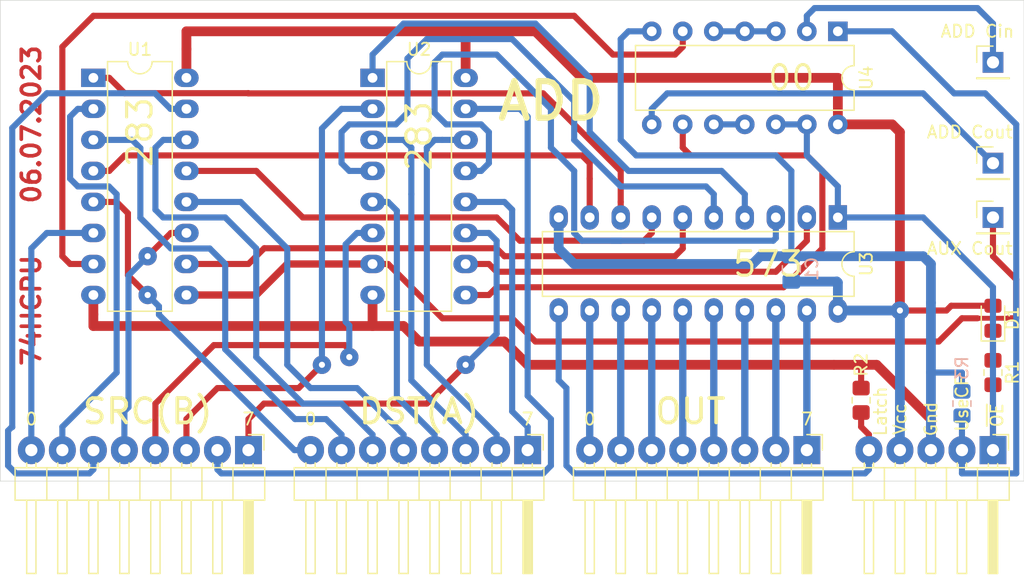
<source format=kicad_pcb>
(kicad_pcb (version 20241229) (generator "pcbnew") (generator_version "9.0")
  (layers (0 "F.Cu" signal) (2 "B.Cu" signal) (13 "F.Paste" user) (15 "B.Paste" user) (5 "F.SilkS" user) (7 "B.SilkS" user) (1 "F.Mask" user) (3 "B.Mask" user) (25 "Edge.Cuts" user))
  (net 0 "")
  (net 1 "Net-(U1-Pad1)")
  (net 2 "Net-(U1-Pad10)")
  (net 3 "Net-(U1-Pad4)")
  (net 4 "Net-(U1-Pad13)")
  (net 5 "Net-(U1-Pad7)")
  (net 6 "Net-(U2-Pad13)")
  (net 7 "Net-(U2-Pad4)")
  (net 8 "Net-(U2-Pad10)")
  (net 9 "Net-(U2-Pad1)")
  (net 10 "/B7")
  (net 11 "/B6")
  (net 12 "/B5")
  (net 13 "/B4")
  (net 14 "/B3")
  (net 15 "/B2")
  (net 16 "/B1")
  (net 17 "/B0")
  (net 18 "/A0")
  (net 19 "/A1")
  (net 20 "/A2")
  (net 21 "/A3")
  (net 22 "/A4")
  (net 23 "/A5")
  (net 24 "/A6")
  (net 25 "/A7")
  (net 26 "/O7")
  (net 27 "/O6")
  (net 28 "/O5")
  (net 29 "/O4")
  (net 30 "/O3")
  (net 31 "/O2")
  (net 32 "/O1")
  (net 33 "/O0")
  (net 34 "/Latch")
  (net 35 "VCC")
  (net 36 "GND")
  (net 37 "/~{OE}")
  (net 38 "Net-(D1-Pad1)")
  (net 39 "/UseCF")
  (net 40 "/ADD_CIN")
  (net 41 "Net-(U2-Pad9)")
  (net 42 "Net-(U4-Pad3)")
  (net 43 "Net-(U4-Pad10)")
  (net 44 "/~{(ADD_COUT&OE})")
  (net 45 "/auxiliary_carry")
  (footprint "Connector_PinHeader_2.54mm:PinHeader_1x08_P2.54mm_Horizontal" (layer "F.Cu") (at 81.28 66.04 -90)
    (property "Reference" "J1" (hide yes))
    (property "Value" "Conn_01x08_Male")
    (pad "1" thru_hole rect (at 0 0 270) (size 2.3 2.2) (drill 1) (layers "*.Cu" "*.Mask") (net 10 "/B7"))
    (pad "2" thru_hole oval (at 0 2.54 270) (size 2.3 2.2) (drill 1) (layers "*.Cu" "*.Mask") (net 11 "/B6"))
    (pad "3" thru_hole oval (at 0 5.08 270) (size 2.3 2.2) (drill 1) (layers "*.Cu" "*.Mask") (net 12 "/B5"))
    (pad "4" thru_hole oval (at 0 7.62 270) (size 2.3 2.2) (drill 1) (layers "*.Cu" "*.Mask") (net 13 "/B4"))
    (pad "5" thru_hole oval (at 0 10.16 270) (size 2.3 2.2) (drill 1) (layers "*.Cu" "*.Mask") (net 14 "/B3"))
    (pad "6" thru_hole oval (at 0 12.7 270) (size 2.3 2.2) (drill 1) (layers "*.Cu" "*.Mask") (net 15 "/B2"))
    (pad "7" thru_hole oval (at 0 15.24 270) (size 2.3 2.2) (drill 1) (layers "*.Cu" "*.Mask") (net 16 "/B1"))
    (pad "8" thru_hole oval (at 0 17.78 270) (size 2.3 2.2) (drill 1) (layers "*.Cu" "*.Mask") (net 17 "/B0"))
  )
  (footprint "Package_DIP:DIP-16_W7.62mm" (layer "F.Cu") (at 68.58 35.56)
    (property "Reference" "U1" (at 3.81 -2.33 0) (layer "F.SilkS"))
    (property "Value" "74LS283")
    (pad "1" thru_hole rect (at 0 0) (size 2 1.5) (drill 0.8) (layers "*.Cu" "*.Mask") (net 1 "Net-(U1-Pad1)"))
    (pad "2" thru_hole oval (at 0 2.54) (size 2 1.5) (drill 0.8) (layers "*.Cu" "*.Mask") (net 16 "/B1"))
    (pad "3" thru_hole oval (at 0 5.08) (size 2 1.5) (drill 0.8) (layers "*.Cu" "*.Mask") (net 19 "/A1"))
    (pad "4" thru_hole oval (at 0 7.62) (size 2 1.5) (drill 0.8) (layers "*.Cu" "*.Mask") (net 3 "Net-(U1-Pad4)"))
    (pad "5" thru_hole oval (at 0 10.16) (size 2 1.5) (drill 0.8) (layers "*.Cu" "*.Mask") (net 18 "/A0"))
    (pad "6" thru_hole oval (at 0 12.7) (size 2 1.5) (drill 0.8) (layers "*.Cu" "*.Mask") (net 17 "/B0"))
    (pad "7" thru_hole oval (at 0 15.24) (size 2 1.5) (drill 0.8) (layers "*.Cu" "*.Mask") (net 5 "Net-(U1-Pad7)"))
    (pad "8" thru_hole oval (at 0 17.78) (size 2 1.5) (drill 0.8) (layers "*.Cu" "*.Mask") (net 36 "GND"))
    (pad "9" thru_hole oval (at 7.62 17.78) (size 2 1.5) (drill 0.8) (layers "*.Cu" "*.Mask") (net 45 "/auxiliary_carry"))
    (pad "10" thru_hole oval (at 7.62 15.24) (size 2 1.5) (drill 0.8) (layers "*.Cu" "*.Mask") (net 2 "Net-(U1-Pad10)"))
    (pad "11" thru_hole oval (at 7.62 12.7) (size 2 1.5) (drill 0.8) (layers "*.Cu" "*.Mask") (net 14 "/B3"))
    (pad "12" thru_hole oval (at 7.62 10.16) (size 2 1.5) (drill 0.8) (layers "*.Cu" "*.Mask") (net 21 "/A3"))
    (pad "13" thru_hole oval (at 7.62 7.62) (size 2 1.5) (drill 0.8) (layers "*.Cu" "*.Mask") (net 4 "Net-(U1-Pad13)"))
    (pad "14" thru_hole oval (at 7.62 5.08) (size 2 1.5) (drill 0.8) (layers "*.Cu" "*.Mask") (net 20 "/A2"))
    (pad "15" thru_hole oval (at 7.62 2.54) (size 2 1.5) (drill 0.8) (layers "*.Cu" "*.Mask") (net 15 "/B2"))
    (pad "16" thru_hole oval (at 7.62 0) (size 2 1.5) (drill 0.8) (layers "*.Cu" "*.Mask") (net 35 "VCC"))
  )
  (footprint "Package_DIP:DIP-16_W7.62mm" (layer "F.Cu") (at 91.44 35.56)
    (property "Reference" "U2" (at 3.81 -2.33 0) (layer "F.SilkS"))
    (property "Value" "74LS283")
    (pad "1" thru_hole rect (at 0 0) (size 2 1.5) (drill 0.8) (layers "*.Cu" "*.Mask") (net 9 "Net-(U2-Pad1)"))
    (pad "2" thru_hole oval (at 0 2.54) (size 2 1.5) (drill 0.8) (layers "*.Cu" "*.Mask") (net 12 "/B5"))
    (pad "3" thru_hole oval (at 0 5.08) (size 2 1.5) (drill 0.8) (layers "*.Cu" "*.Mask") (net 23 "/A5"))
    (pad "4" thru_hole oval (at 0 7.62) (size 2 1.5) (drill 0.8) (layers "*.Cu" "*.Mask") (net 7 "Net-(U2-Pad4)"))
    (pad "5" thru_hole oval (at 0 10.16) (size 2 1.5) (drill 0.8) (layers "*.Cu" "*.Mask") (net 22 "/A4"))
    (pad "6" thru_hole oval (at 0 12.7) (size 2 1.5) (drill 0.8) (layers "*.Cu" "*.Mask") (net 13 "/B4"))
    (pad "7" thru_hole oval (at 0 15.24) (size 2 1.5) (drill 0.8) (layers "*.Cu" "*.Mask") (net 45 "/auxiliary_carry"))
    (pad "8" thru_hole oval (at 0 17.78) (size 2 1.5) (drill 0.8) (layers "*.Cu" "*.Mask") (net 36 "GND"))
    (pad "9" thru_hole oval (at 7.62 17.78) (size 2 1.5) (drill 0.8) (layers "*.Cu" "*.Mask") (net 41 "Net-(U2-Pad9)"))
    (pad "10" thru_hole oval (at 7.62 15.24) (size 2 1.5) (drill 0.8) (layers "*.Cu" "*.Mask") (net 8 "Net-(U2-Pad10)"))
    (pad "11" thru_hole oval (at 7.62 12.7) (size 2 1.5) (drill 0.8) (layers "*.Cu" "*.Mask") (net 10 "/B7"))
    (pad "12" thru_hole oval (at 7.62 10.16) (size 2 1.5) (drill 0.8) (layers "*.Cu" "*.Mask") (net 25 "/A7"))
    (pad "13" thru_hole oval (at 7.62 7.62) (size 2 1.5) (drill 0.8) (layers "*.Cu" "*.Mask") (net 6 "Net-(U2-Pad13)"))
    (pad "14" thru_hole oval (at 7.62 5.08) (size 2 1.5) (drill 0.8) (layers "*.Cu" "*.Mask") (net 24 "/A6"))
    (pad "15" thru_hole oval (at 7.62 2.54) (size 2 1.5) (drill 0.8) (layers "*.Cu" "*.Mask") (net 11 "/B6"))
    (pad "16" thru_hole oval (at 7.62 0) (size 2 1.5) (drill 0.8) (layers "*.Cu" "*.Mask") (net 35 "VCC"))
  )
  (footprint "Connector_PinHeader_2.54mm:PinHeader_1x08_P2.54mm_Horizontal" (layer "F.Cu") (at 104.14 66.04 -90)
    (property "Reference" "J2" (hide yes))
    (property "Value" "Conn_01x08_Male")
    (pad "1" thru_hole rect (at 0 0 270) (size 2.3 2.2) (drill 1) (layers "*.Cu" "*.Mask") (net 25 "/A7"))
    (pad "2" thru_hole oval (at 0 2.54 270) (size 2.3 2.2) (drill 1) (layers "*.Cu" "*.Mask") (net 24 "/A6"))
    (pad "3" thru_hole oval (at 0 5.08 270) (size 2.3 2.2) (drill 1) (layers "*.Cu" "*.Mask") (net 23 "/A5"))
    (pad "4" thru_hole oval (at 0 7.62 270) (size 2.3 2.2) (drill 1) (layers "*.Cu" "*.Mask") (net 22 "/A4"))
    (pad "5" thru_hole oval (at 0 10.16 270) (size 2.3 2.2) (drill 1) (layers "*.Cu" "*.Mask") (net 21 "/A3"))
    (pad "6" thru_hole oval (at 0 12.7 270) (size 2.3 2.2) (drill 1) (layers "*.Cu" "*.Mask") (net 20 "/A2"))
    (pad "7" thru_hole oval (at 0 15.24 270) (size 2.3 2.2) (drill 1) (layers "*.Cu" "*.Mask") (net 19 "/A1"))
    (pad "8" thru_hole oval (at 0 17.78 270) (size 2.3 2.2) (drill 1) (layers "*.Cu" "*.Mask") (net 18 "/A0"))
  )
  (footprint "Connector_PinHeader_2.54mm:PinHeader_1x08_P2.54mm_Horizontal" (layer "F.Cu") (at 127 66.04 -90)
    (property "Reference" "J3" (hide yes))
    (property "Value" "Conn_01x08_Male")
    (pad "1" thru_hole rect (at 0 0 270) (size 2.3 2.2) (drill 1) (layers "*.Cu" "*.Mask") (net 26 "/O7"))
    (pad "2" thru_hole oval (at 0 2.54 270) (size 2.3 2.2) (drill 1) (layers "*.Cu" "*.Mask") (net 27 "/O6"))
    (pad "3" thru_hole oval (at 0 5.08 270) (size 2.3 2.2) (drill 1) (layers "*.Cu" "*.Mask") (net 28 "/O5"))
    (pad "4" thru_hole oval (at 0 7.62 270) (size 2.3 2.2) (drill 1) (layers "*.Cu" "*.Mask") (net 29 "/O4"))
    (pad "5" thru_hole oval (at 0 10.16 270) (size 2.3 2.2) (drill 1) (layers "*.Cu" "*.Mask") (net 30 "/O3"))
    (pad "6" thru_hole oval (at 0 12.7 270) (size 2.3 2.2) (drill 1) (layers "*.Cu" "*.Mask") (net 31 "/O2"))
    (pad "7" thru_hole oval (at 0 15.24 270) (size 2.3 2.2) (drill 1) (layers "*.Cu" "*.Mask") (net 32 "/O1"))
    (pad "8" thru_hole oval (at 0 17.78 270) (size 2.3 2.2) (drill 1) (layers "*.Cu" "*.Mask") (net 33 "/O0"))
  )
  (footprint "Package_DIP:DIP-20_W7.62mm" (layer "F.Cu") (at 129.54 46.99 -90)
    (property "Reference" "U3" (at 3.81 -2.33 90) (layer "F.SilkS"))
    (property "Value" "74LS573")
    (pad "1" thru_hole rect (at 0 0 270) (size 2 1.5) (drill 0.8) (layers "*.Cu" "*.Mask") (net 37 "/~{OE}"))
    (pad "2" thru_hole oval (at 0 2.54 270) (size 2 1.5) (drill 0.8) (layers "*.Cu" "*.Mask") (net 8 "Net-(U2-Pad10)"))
    (pad "3" thru_hole oval (at 0 5.08 270) (size 2 1.5) (drill 0.8) (layers "*.Cu" "*.Mask") (net 6 "Net-(U2-Pad13)"))
    (pad "4" thru_hole oval (at 0 7.62 270) (size 2 1.5) (drill 0.8) (layers "*.Cu" "*.Mask") (net 9 "Net-(U2-Pad1)"))
    (pad "5" thru_hole oval (at 0 10.16 270) (size 2 1.5) (drill 0.8) (layers "*.Cu" "*.Mask") (net 7 "Net-(U2-Pad4)"))
    (pad "6" thru_hole oval (at 0 12.7 270) (size 2 1.5) (drill 0.8) (layers "*.Cu" "*.Mask") (net 2 "Net-(U1-Pad10)"))
    (pad "7" thru_hole oval (at 0 15.24 270) (size 2 1.5) (drill 0.8) (layers "*.Cu" "*.Mask") (net 4 "Net-(U1-Pad13)"))
    (pad "8" thru_hole oval (at 0 17.78 270) (size 2 1.5) (drill 0.8) (layers "*.Cu" "*.Mask") (net 1 "Net-(U1-Pad1)"))
    (pad "9" thru_hole oval (at 0 20.32 270) (size 2 1.5) (drill 0.8) (layers "*.Cu" "*.Mask") (net 3 "Net-(U1-Pad4)"))
    (pad "10" thru_hole oval (at 0 22.86 270) (size 2 1.5) (drill 0.8) (layers "*.Cu" "*.Mask") (net 36 "GND"))
    (pad "11" thru_hole oval (at 7.62 22.86 270) (size 2 1.5) (drill 0.8) (layers "*.Cu" "*.Mask") (net 34 "/Latch"))
    (pad "12" thru_hole oval (at 7.62 20.32 270) (size 2 1.5) (drill 0.8) (layers "*.Cu" "*.Mask") (net 33 "/O0"))
    (pad "13" thru_hole oval (at 7.62 17.78 270) (size 2 1.5) (drill 0.8) (layers "*.Cu" "*.Mask") (net 32 "/O1"))
    (pad "14" thru_hole oval (at 7.62 15.24 270) (size 2 1.5) (drill 0.8) (layers "*.Cu" "*.Mask") (net 31 "/O2"))
    (pad "15" thru_hole oval (at 7.62 12.7 270) (size 2 1.5) (drill 0.8) (layers "*.Cu" "*.Mask") (net 30 "/O3"))
    (pad "16" thru_hole oval (at 7.62 10.16 270) (size 2 1.5) (drill 0.8) (layers "*.Cu" "*.Mask") (net 29 "/O4"))
    (pad "17" thru_hole oval (at 7.62 7.62 270) (size 2 1.5) (drill 0.8) (layers "*.Cu" "*.Mask") (net 28 "/O5"))
    (pad "18" thru_hole oval (at 7.62 5.08 270) (size 2 1.5) (drill 0.8) (layers "*.Cu" "*.Mask") (net 27 "/O6"))
    (pad "19" thru_hole oval (at 7.62 2.54 270) (size 2 1.5) (drill 0.8) (layers "*.Cu" "*.Mask") (net 26 "/O7"))
    (pad "20" thru_hole oval (at 7.62 0 270) (size 2 1.5) (drill 0.8) (layers "*.Cu" "*.Mask") (net 35 "VCC"))
  )
  (footprint "Connector_PinHeader_2.54mm:PinHeader_1x05_P2.54mm_Horizontal" (layer "F.Cu") (at 142.24 66.04 -90)
    (property "Reference" "J4" (hide yes))
    (property "Value" "Conn_01x05_Male")
    (pad "1" thru_hole rect (at 0 0 270) (size 2.3 2.2) (drill 1) (layers "*.Cu" "*.Mask") (net 37 "/~{OE}"))
    (pad "2" thru_hole oval (at 0 2.54 270) (size 2.3 2.2) (drill 1) (layers "*.Cu" "*.Mask") (net 39 "/UseCF"))
    (pad "3" thru_hole oval (at 0 5.08 270) (size 2.3 2.2) (drill 1) (layers "*.Cu" "*.Mask") (net 36 "GND"))
    (pad "4" thru_hole oval (at 0 7.62 270) (size 2.3 2.2) (drill 1) (layers "*.Cu" "*.Mask") (net 35 "VCC"))
    (pad "5" thru_hole oval (at 0 10.16 270) (size 2.3 2.2) (drill 1) (layers "*.Cu" "*.Mask") (net 34 "/Latch"))
  )
  (footprint "LED_SMD:LED_0805_2012Metric_Pad1.15x1.40mm_HandSolder" (layer "F.Cu") (at 142.24 55.245 90)
    (property "Reference" "D1" (at 0 1.5875 90) (layer "F.SilkS"))
    (property "Value" "LED")
    (pad "1" smd roundrect (at -1.025 0 90) (size 1.15 1.4) (layers "F.Cu" "F.Mask" "F.Paste") (roundrect_rratio 0.2173904348) (net 38 "Net-(D1-Pad1)"))
    (pad "2" smd roundrect (at 1.025 0 90) (size 1.15 1.4) (layers "F.Cu" "F.Mask" "F.Paste") (roundrect_rratio 0.2173904348) (net 35 "VCC"))
  )
  (footprint "Connector_PinHeader_2.54mm:PinHeader_1x01_P2.54mm_Vertical" (layer "F.Cu") (at 142.24 34.29)
    (property "Reference" "J5" (hide yes))
    (property "Value" "Conn_01x01_Male")
    (pad "1" thru_hole rect (at 0 0) (size 1.7 1.7) (drill 1) (layers "*.Cu" "*.Mask") (net 40 "/ADD_CIN"))
  )
  (footprint "Connector_PinHeader_2.54mm:PinHeader_1x01_P2.54mm_Vertical" (layer "F.Cu") (at 142.24 42.545)
    (property "Reference" "J6" (hide yes))
    (property "Value" "Conn_01x01_Male")
    (pad "1" thru_hole rect (at 0 0) (size 1.7 1.7) (drill 1) (layers "*.Cu" "*.Mask") (net 44 "/~{(ADD_COUT&OE})"))
  )
  (footprint "Resistor_SMD:R_0805_2012Metric_Pad1.20x1.40mm_HandSolder" (layer "F.Cu") (at 142.24 59.69 -90)
    (property "Reference" "R1" (at 0 -1.5875 90) (layer "F.SilkS"))
    (property "Value" "1k")
    (pad "1" smd roundrect (at -1 0 270) (size 1.2 1.4) (layers "F.Cu" "F.Mask" "F.Paste") (roundrect_rratio 0.2083325) (net 38 "Net-(D1-Pad1)"))
    (pad "2" smd roundrect (at 1 0 270) (size 1.2 1.4) (layers "F.Cu" "F.Mask" "F.Paste") (roundrect_rratio 0.2083325) (net 37 "/~{OE}"))
  )
  (footprint "Resistor_SMD:R_0805_2012Metric_Pad1.20x1.40mm_HandSolder" (layer "F.Cu") (at 131.445 61.96 90)
    (property "Reference" "R2" (at 2.905 0 90) (layer "F.SilkS"))
    (property "Value" "10k")
    (pad "1" smd roundrect (at -1 0 90) (size 1.2 1.4) (layers "F.Cu" "F.Mask" "F.Paste") (roundrect_rratio 0.2083325) (net 34 "/Latch"))
    (pad "2" smd roundrect (at 1 0 90) (size 1.2 1.4) (layers "F.Cu" "F.Mask" "F.Paste") (roundrect_rratio 0.2083325) (net 36 "GND"))
  )
  (footprint "Package_DIP:DIP-14_W7.62mm" (layer "F.Cu") (at 129.54 31.75 -90)
    (property "Reference" "U4" (at 3.81 -2.33 90) (layer "F.SilkS"))
    (property "Value" "74HC00")
    (pad "1" thru_hole rect (at 0 0 270) (size 1.6 1.6) (drill 0.8) (layers "*.Cu" "*.Mask") (net 39 "/UseCF"))
    (pad "2" thru_hole oval (at 0 2.54 270) (size 1.6 1.6) (drill 0.8) (layers "*.Cu" "*.Mask") (net 40 "/ADD_CIN"))
    (pad "3" thru_hole oval (at 0 5.08 270) (size 1.6 1.6) (drill 0.8) (layers "*.Cu" "*.Mask") (net 42 "Net-(U4-Pad3)"))
    (pad "4" thru_hole oval (at 0 7.62 270) (size 1.6 1.6) (drill 0.8) (layers "*.Cu" "*.Mask") (net 42 "Net-(U4-Pad3)"))
    (pad "5" thru_hole oval (at 0 10.16 270) (size 1.6 1.6) (drill 0.8) (layers "*.Cu" "*.Mask") (net 42 "Net-(U4-Pad3)"))
    (pad "6" thru_hole oval (at 0 12.7 270) (size 1.6 1.6) (drill 0.8) (layers "*.Cu" "*.Mask") (net 5 "Net-(U1-Pad7)"))
    (pad "7" thru_hole oval (at 0 15.24 270) (size 1.6 1.6) (drill 0.8) (layers "*.Cu" "*.Mask") (net 36 "GND"))
    (pad "8" thru_hole oval (at 7.62 15.24 270) (size 1.6 1.6) (drill 0.8) (layers "*.Cu" "*.Mask") (net 44 "/~{(ADD_COUT&OE})"))
    (pad "9" thru_hole oval (at 7.62 12.7 270) (size 1.6 1.6) (drill 0.8) (layers "*.Cu" "*.Mask") (net 41 "Net-(U2-Pad9)"))
    (pad "10" thru_hole oval (at 7.62 10.16 270) (size 1.6 1.6) (drill 0.8) (layers "*.Cu" "*.Mask") (net 43 "Net-(U4-Pad10)"))
    (pad "11" thru_hole oval (at 7.62 7.62 270) (size 1.6 1.6) (drill 0.8) (layers "*.Cu" "*.Mask") (net 43 "Net-(U4-Pad10)"))
    (pad "12" thru_hole oval (at 7.62 5.08 270) (size 1.6 1.6) (drill 0.8) (layers "*.Cu" "*.Mask") (net 37 "/~{OE}"))
    (pad "13" thru_hole oval (at 7.62 2.54 270) (size 1.6 1.6) (drill 0.8) (layers "*.Cu" "*.Mask") (net 37 "/~{OE}"))
    (pad "14" thru_hole oval (at 7.62 0 270) (size 1.6 1.6) (drill 0.8) (layers "*.Cu" "*.Mask") (net 35 "VCC"))
  )
  (footprint "Connector_PinHeader_2.54mm:PinHeader_1x01_P2.54mm_Vertical" (layer "F.Cu") (at 142.24 46.99)
    (property "Reference" "J7" (hide yes))
    (property "Value" "Conn_01x01_Male")
    (pad "1" thru_hole rect (at 0 0) (size 1.7 1.7) (drill 1) (layers "*.Cu" "*.Mask") (net 45 "/auxiliary_carry"))
  )
  (footprint "Capacitor_SMD:C_0805_2012Metric_Pad1.18x1.45mm_HandSolder" (layer "B.Cu") (at 125.73 51.2025 90)
    (property "Reference" "C1" (at 0 1.68 90) (layer "B.SilkS") (effects (justify mirror)))
    (property "Value" "0.1uF")
    (pad "1" smd roundrect (at -1.0375 0 90) (size 1.175 1.45) (layers "B.Cu" "B.Mask" "B.Paste") (roundrect_rratio 0.2127659574) (net 35 "VCC"))
    (pad "2" smd roundrect (at 1.0375 0 90) (size 1.175 1.45) (layers "B.Cu" "B.Mask" "B.Paste") (roundrect_rratio 0.2127659574) (net 36 "GND"))
  )
  (footprint "Resistor_SMD:R_0805_2012Metric_Pad1.20x1.40mm_HandSolder" (layer "B.Cu") (at 139.7 62.23 90)
    (property "Reference" "R3" (at 2.905 0 270) (layer "B.SilkS") (effects (justify mirror)))
    (property "Value" "10k")
    (pad "1" smd roundrect (at -1 0 90) (size 1.2 1.4) (layers "B.Cu" "B.Mask" "B.Paste") (roundrect_rratio 0.2083325) (net 39 "/UseCF"))
    (pad "2" smd roundrect (at 1 0 90) (size 1.2 1.4) (layers "B.Cu" "B.Mask" "B.Paste") (roundrect_rratio 0.2083325) (net 36 "GND"))
  )
  (gr_line (start 60.96 29.21) (end 60.96 68.58) (stroke (width 0.05)) (layer "Edge.Cuts"))
  (gr_line (start 144.78 29.21) (end 60.96 29.21) (stroke (width 0.05)) (layer "Edge.Cuts"))
  (gr_line (start 60.96 68.58) (end 144.78 68.58) (stroke (width 0.05)) (layer "Edge.Cuts"))
  (gr_line (start 144.78 68.58) (end 144.78 29.21) (stroke (width 0.05)) (layer "Edge.Cuts"))
  (gr_text "74HCPU" (at 63.5 54.61 90) (layer "F.Cu") (effects (font (size 1.5 1.5) (thickness 0.3))))
  (gr_text "06.07.2023" (at 63.5 39.37 90) (layer "F.Cu") (effects (font (size 1.5 1.5) (thickness 0.3))))
  (gr_text "Latch" (at 133.0325 62.865 90) (layer "F.SilkS") (effects (font (size 1 1))))
  (gr_text "283" (at 72.39 40.005 90) (layer "F.SilkS") (effects (font (size 2 2) (thickness 0.25))))
  (gr_text "AUX Cout" (at 140.335 49.53 0) (layer "F.SilkS") (effects (font (size 1 1))))
  (gr_text "OUT" (at 117.475 62.865 0) (layer "F.SilkS") (effects (font (size 2 2) (thickness 0.3))))
  (gr_text "Vcc" (at 134.62 63.5 90) (layer "F.SilkS") (effects (font (size 1 1))))
  (gr_text "0" (at 63.5 63.5 0) (layer "F.SilkS") (effects (font (size 1 1))))
  (gr_text "UseCF" (at 139.7 62.23 90) (layer "F.SilkS") (effects (font (size 1 1))))
  (gr_text "DST(A)" (at 95.25 62.865 0) (layer "F.SilkS") (effects (font (size 2 2) (thickness 0.3))))
  (gr_text "SRC(B)" (at 73.025 62.865 0) (layer "F.SilkS") (effects (font (size 2 2) (thickness 0.3))))
  (gr_text "0" (at 109.22 63.5 0) (layer "F.SilkS") (effects (font (size 1 1))))
  (gr_text "ADD Cin" (at 140.97 31.75 0) (layer "F.SilkS") (effects (font (size 1 1))))
  (gr_text "7" (at 81.28 63.5 0) (layer "F.SilkS") (effects (font (size 1 1))))
  (gr_text "~{OE}" (at 142.5575 63.1825 90) (layer "F.SilkS") (effects (font (size 1 1))))
  (gr_text "7" (at 104.14 63.5 0) (layer "F.SilkS") (effects (font (size 1 1))))
  (gr_text "7" (at 127 63.5 0) (layer "F.SilkS") (effects (font (size 1 1))))
  (gr_text "ADD Cout" (at 140.335 40.005 0) (layer "F.SilkS") (effects (font (size 1 1))))
  (gr_text "ADD" (at 106.045 37.465 0) (layer "F.SilkS") (effects (font (size 3 3) (thickness 0.5))))
  (gr_text "573" (at 123.825 50.8 0) (layer "F.SilkS") (effects (font (size 2 2) (thickness 0.25))))
  (gr_text "00" (at 125.73 35.56 0) (layer "F.SilkS") (effects (font (size 2 2) (thickness 0.25))))
  (gr_text "0" (at 86.36 63.5 0) (layer "F.SilkS") (effects (font (size 1 1))))
  (gr_text "283" (at 95.25 40.3225 90) (layer "F.SilkS") (effects (font (size 2 2) (thickness 0.25))))
  (gr_text "Gnd" (at 137.16 63.5 90) (layer "F.SilkS") (effects (font (size 1 1))))
  (segment (start 81.265 36.815) (end 81.28 36.83) (width 0.5) (layer "F.Cu") (net 1))
  (segment (start 111.76 43.18) (end 111.76 45.72) (width 0.5) (layer "F.Cu") (net 1))
  (segment (start 69.88 35.56) (end 71.135 36.815) (width 0.5) (layer "F.Cu") (net 1))
  (segment (start 68.58 35.56) (end 69.88 35.56) (width 0.5) (layer "F.Cu") (net 1))
  (segment (start 81.28 36.83) (end 105.41 36.83) (width 0.5) (layer "F.Cu") (net 1))
  (segment (start 71.135 36.815) (end 81.265 36.815) (width 0.5) (layer "F.Cu") (net 1))
  (segment (start 111.76 45.72) (end 111.76 46.99) (width 0.5) (layer "F.Cu") (net 1))
  (segment (start 105.41 36.83) (end 111.76 43.18) (width 0.5) (layer "F.Cu") (net 1))
  (segment (start 76.2 50.8) (end 81.28 50.8) (width 0.5) (layer "F.Cu") (net 2))
  (segment (start 102.235 50.165) (end 116.205 50.165) (width 0.5) (layer "F.Cu") (net 2))
  (segment (start 82.5696 49.5104) (end 101.5804 49.5104) (width 0.5) (layer "F.Cu") (net 2))
  (segment (start 81.28 50.8) (end 82.5696 49.5104) (width 0.5) (layer "F.Cu") (net 2))
  (segment (start 101.5804 49.5104) (end 102.235 50.165) (width 0.5) (layer "F.Cu") (net 2))
  (segment (start 116.84 49.53) (end 116.84 46.99) (width 0.5) (layer "F.Cu") (net 2))
  (segment (start 116.205 50.165) (end 116.84 49.53) (width 0.5) (layer "F.Cu") (net 2))
  (segment (start 109.22 42.545) (end 109.22 43.815) (width 0.5) (layer "F.Cu") (net 3))
  (segment (start 68.58 43.18) (end 69.88 43.18) (width 0.5) (layer "F.Cu") (net 3))
  (segment (start 69.88 43.18) (end 71.15 41.91) (width 0.5) (layer "F.Cu") (net 3))
  (segment (start 71.15 41.91) (end 108.585 41.91) (width 0.5) (layer "F.Cu") (net 3))
  (segment (start 108.585 41.91) (end 109.22 42.545) (width 0.5) (layer "F.Cu") (net 3))
  (segment (start 109.22 43.815) (end 109.22 46.99) (width 0.5) (layer "F.Cu") (net 3))
  (segment (start 81.915 43.18) (end 85.725 46.99) (width 0.5) (layer "F.Cu") (net 4))
  (segment (start 76.2 43.18) (end 81.915 43.18) (width 0.5) (layer "F.Cu") (net 4))
  (segment (start 113.665 48.895) (end 114.3 48.26) (width 0.5) (layer "F.Cu") (net 4))
  (segment (start 85.725 46.99) (end 101.6 46.99) (width 0.5) (layer "F.Cu") (net 4))
  (segment (start 114.3 48.26) (end 114.3 46.99) (width 0.5) (layer "F.Cu") (net 4))
  (segment (start 103.505 48.895) (end 113.665 48.895) (width 0.5) (layer "F.Cu") (net 4))
  (segment (start 101.6 46.99) (end 103.505 48.895) (width 0.5) (layer "F.Cu") (net 4))
  (segment (start 107.95 30.48) (end 111.125 33.655) (width 0.5) (layer "F.Cu") (net 5))
  (segment (start 116.205 33.655) (end 116.84 33.02) (width 0.5) (layer "F.Cu") (net 5))
  (segment (start 68.58 30.48) (end 107.95 30.48) (width 0.5) (layer "F.Cu") (net 5))
  (segment (start 111.125 33.655) (end 116.205 33.655) (width 0.5) (layer "F.Cu") (net 5))
  (segment (start 116.84 33.02) (end 116.84 31.75) (width 0.5) (layer "F.Cu") (net 5))
  (segment (start 66.04 33.02) (end 68.58 30.48) (width 0.5) (layer "F.Cu") (net 5))
  (segment (start 66.04 50.165) (end 66.04 33.02) (width 0.5) (layer "F.Cu") (net 5))
  (segment (start 66.675 50.8) (end 66.04 50.165) (width 0.5) (layer "F.Cu") (net 5))
  (segment (start 68.58 50.8) (end 66.675 50.8) (width 0.5) (layer "F.Cu") (net 5))
  (segment (start 107.95 43.18) (end 106.045 41.275) (width 0.5) (layer "B.Cu") (net 6))
  (segment (start 108.585 48.895) (end 107.95 48.26) (width 0.5) (layer "B.Cu") (net 6))
  (segment (start 96.52 34.29) (end 96.52 38.4175) (width 0.5) (layer "B.Cu") (net 6))
  (segment (start 96.52 38.4175) (end 97.4725 39.37) (width 0.5) (layer "B.Cu") (net 6))
  (segment (start 97.4725 39.37) (end 100.33 39.37) (width 0.5) (layer "B.Cu") (net 6))
  (segment (start 124.46 48.6815) (end 124.2465 48.895) (width 0.5) (layer "B.Cu") (net 6))
  (segment (start 106.045 38.1) (end 101.6 33.655) (width 0.5) (layer "B.Cu") (net 6))
  (segment (start 97.155 33.655) (end 96.52 34.29) (width 0.5) (layer "B.Cu") (net 6))
  (segment (start 100.33 39.37) (end 100.965 40.005) (width 0.5) (layer "B.Cu") (net 6))
  (segment (start 100.965 42.545) (end 100.33 43.18) (width 0.5) (layer "B.Cu") (net 6))
  (segment (start 111.0155 48.895) (end 111.76 48.895) (width 0.5) (layer "B.Cu") (net 6))
  (segment (start 101.6 33.655) (end 97.155 33.655) (width 0.5) (layer "B.Cu") (net 6))
  (segment (start 111.76 48.895) (end 124.2465 48.895) (width 0.5) (layer "B.Cu") (net 6))
  (segment (start 124.46 46.99) (end 124.46 48.6815) (width 0.5) (layer "B.Cu") (net 6))
  (segment (start 111.76 48.895) (end 108.585 48.895) (width 0.5) (layer "B.Cu") (net 6))
  (segment (start 100.965 40.005) (end 100.965 42.545) (width 0.5) (layer "B.Cu") (net 6))
  (segment (start 106.045 41.275) (end 106.045 38.1) (width 0.5) (layer "B.Cu") (net 6))
  (segment (start 107.95 48.26) (end 107.95 43.18) (width 0.5) (layer "B.Cu") (net 6))
  (segment (start 100.33 43.18) (end 99.06 43.18) (width 0.5) (layer "B.Cu") (net 6))
  (segment (start 107.95 40.64) (end 107.95 37.465) (width 0.5) (layer "B.Cu") (net 7))
  (segment (start 89.535 39.37) (end 88.9 40.005) (width 0.5) (layer "B.Cu") (net 7))
  (segment (start 111.76 44.45) (end 107.95 40.64) (width 0.5) (layer "B.Cu") (net 7))
  (segment (start 107.95 37.465) (end 102.87 32.385) (width 0.5) (layer "B.Cu") (net 7))
  (segment (start 102.87 32.385) (end 95.885 32.385) (width 0.5) (layer "B.Cu") (net 7))
  (segment (start 119.38 46.99) (end 119.38 45.085) (width 0.5) (layer "B.Cu") (net 7))
  (segment (start 94.2975 33.9725) (end 94.2975 38.4175) (width 0.5) (layer "B.Cu") (net 7))
  (segment (start 119.38 45.085) (end 118.745 44.45) (width 0.5) (layer "B.Cu") (net 7))
  (segment (start 93.345 39.37) (end 89.535 39.37) (width 0.5) (layer "B.Cu") (net 7))
  (segment (start 118.745 44.45) (end 111.76 44.45) (width 0.5) (layer "B.Cu") (net 7))
  (segment (start 88.9 42.545) (end 89.535 43.18) (width 0.5) (layer "B.Cu") (net 7))
  (segment (start 94.2975 38.4175) (end 93.345 39.37) (width 0.5) (layer "B.Cu") (net 7))
  (segment (start 95.885 32.385) (end 94.2975 33.9725) (width 0.5) (layer "B.Cu") (net 7))
  (segment (start 89.535 43.18) (end 91.44 43.18) (width 0.5) (layer "B.Cu") (net 7))
  (segment (start 88.9 40.005) (end 88.9 42.545) (width 0.5) (layer "B.Cu") (net 7))
  (segment (start 101.6 51.435) (end 124.46 51.435) (width 0.5) (layer "F.Cu") (net 8))
  (segment (start 100.965 50.8) (end 101.6 51.435) (width 0.5) (layer "F.Cu") (net 8))
  (segment (start 99.06 50.8) (end 100.965 50.8) (width 0.5) (layer "F.Cu") (net 8))
  (segment (start 127 48.895) (end 127 46.99) (width 0.5) (layer "F.Cu") (net 8))
  (segment (start 124.46 51.435) (end 127 48.895) (width 0.5) (layer "F.Cu") (net 8))
  (segment (start 120.015 43.18) (end 112.395 43.18) (width 0.5) (layer "B.Cu") (net 9))
  (segment (start 121.92 45.085) (end 120.015 43.18) (width 0.5) (layer "B.Cu") (net 9))
  (segment (start 112.395 43.18) (end 109.22 40.005) (width 0.5) (layer "B.Cu") (net 9))
  (segment (start 121.92 46.99) (end 121.92 45.085) (width 0.5) (layer "B.Cu") (net 9))
  (segment (start 104.775 31.115) (end 93.98 31.115) (width 0.5) (layer "B.Cu") (net 9))
  (segment (start 91.44 33.655) (end 91.44 35.56) (width 0.5) (layer "B.Cu") (net 9))
  (segment (start 109.22 35.56) (end 104.775 31.115) (width 0.5) (layer "B.Cu") (net 9))
  (segment (start 109.22 40.005) (end 109.22 35.56) (width 0.5) (layer "B.Cu") (net 9))
  (segment (start 93.98 31.115) (end 91.44 33.655) (width 0.5) (layer "B.Cu") (net 9))
  (segment (start 81.28 63.5) (end 82.55 62.23) (width 0.5) (layer "F.Cu") (net 10))
  (segment (start 95.885 62.23) (end 96.99 61.125) (width 0.5) (layer "F.Cu") (net 10))
  (segment (start 81.28 66.04) (end 81.28 63.5) (width 0.5) (layer "F.Cu") (net 10))
  (segment (start 82.55 62.23) (end 95.885 62.23) (width 0.5) (layer "F.Cu") (net 10))
  (segment (start 96.99 61.125) (end 99.06 59.055) (width 0.5) (layer "F.Cu") (net 10))
  (via (at 99.06 59.055) (size 1.5) (drill 0.5) (layers "F.Cu" "B.Cu") (net 10))
  (segment (start 101.6 48.895) (end 101.6 56.515) (width 0.5) (layer "B.Cu") (net 10))
  (segment (start 101.6 56.515) (end 99.06 59.055) (width 0.5) (layer "B.Cu") (net 10))
  (segment (start 99.06 48.26) (end 100.965 48.26) (width 0.5) (layer "B.Cu") (net 10))
  (segment (start 100.965 48.26) (end 101.6 48.895) (width 0.5) (layer "B.Cu") (net 10))
  (segment (start 99.06 38.1) (end 103.505 38.1) (width 0.5) (layer "B.Cu") (net 11))
  (segment (start 105.41 67.945) (end 79.0575 67.945) (width 0.5) (layer "B.Cu") (net 11))
  (segment (start 78.74 67.6275) (end 78.74 66.04) (width 0.5) (layer "B.Cu") (net 11))
  (segment (start 79.0575 67.945) (end 78.74 67.6275) (width 0.5) (layer "B.Cu") (net 11))
  (segment (start 106.045 63.5) (end 106.045 67.31) (width 0.5) (layer "B.Cu") (net 11))
  (segment (start 105.6904 67.6646) (end 105.41 67.945) (width 0.5) (layer "B.Cu") (net 11))
  (segment (start 104.14 61.595) (end 106.045 63.5) (width 0.5) (layer "B.Cu") (net 11))
  (segment (start 103.505 38.1) (end 104.14 38.735) (width 0.5) (layer "B.Cu") (net 11))
  (segment (start 104.14 38.735) (end 104.14 61.595) (width 0.5) (layer "B.Cu") (net 11))
  (segment (start 106.045 67.31) (end 105.41 67.945) (width 0.5) (layer "B.Cu") (net 11))
  (segment (start 76.2 63.5) (end 76.2 66.04) (width 0.5) (layer "F.Cu") (net 12))
  (segment (start 86.0254 60.325) (end 87.2954 59.055) (width 0.5) (layer "F.Cu") (net 12))
  (segment (start 85.3904 60.96) (end 86.0254 60.325) (width 0.5) (layer "F.Cu") (net 12))
  (segment (start 78.74 60.96) (end 76.2 63.5) (width 0.5) (layer "F.Cu") (net 12))
  (segment (start 78.74 60.96) (end 85.3904 60.96) (width 0.5) (layer "F.Cu") (net 12))
  (via (at 87.2954 59.055) (size 1.5) (drill 0.5) (layers "F.Cu" "B.Cu") (net 12))
  (segment (start 91.44 38.1) (end 88.9 38.1) (width 0.5) (layer "B.Cu") (net 12))
  (segment (start 88.9 38.1) (end 87.2954 39.7046) (width 0.5) (layer "B.Cu") (net 12))
  (segment (start 87.2954 39.7046) (end 87.2954 59.055) (width 0.5) (layer "B.Cu") (net 12))
  (segment (start 89.535 58.42) (end 89.535 57.8142) (width 0.5) (layer "F.Cu") (net 13))
  (segment (start 89.1628 57.442) (end 89.2393 57.5185) (width 0.5) (layer "F.Cu") (net 13))
  (segment (start 73.66 66.04) (end 73.66 62.23) (width 0.5) (layer "F.Cu") (net 13))
  (segment (start 89.535 57.8142) (end 89.1628 57.442) (width 0.5) (layer "F.Cu") (net 13))
  (segment (start 78.448 57.442) (end 89.1628 57.442) (width 0.5) (layer "F.Cu") (net 13))
  (segment (start 73.66 62.23) (end 78.448 57.442) (width 0.5) (layer "F.Cu") (net 13))
  (via (at 89.535 58.42) (size 1.5) (drill 0.5) (layers "F.Cu" "B.Cu") (net 13))
  (segment (start 90.17 48.26) (end 89.2393 49.1907) (width 0.5) (layer "B.Cu") (net 13))
  (segment (start 89.2393 55.5407) (end 89.535 55.8364) (width 0.5) (layer "B.Cu") (net 13))
  (segment (start 89.535 55.8364) (end 89.535 58.42) (width 0.5) (layer "B.Cu") (net 13))
  (segment (start 91.44 48.26) (end 90.17 48.26) (width 0.5) (layer "B.Cu") (net 13))
  (segment (start 89.2393 49.1907) (end 89.2393 55.5407) (width 0.5) (layer "B.Cu") (net 13))
  (segment (start 76.2 48.26) (end 74.93 48.26) (width 0.5) (layer "F.Cu") (net 14))
  (segment (start 74.93 48.26) (end 73.0647 50.1253) (width 0.5) (layer "F.Cu") (net 14))
  (via (at 73.025 50.165) (size 1.5) (drill 0.5) (layers "F.Cu" "B.Cu") (net 14))
  (segment (start 71.45735 62.52765) (end 71.12 62.865) (width 0.5) (layer "B.Cu") (net 14))
  (segment (start 71.12 62.865) (end 71.12 66.04) (width 0.5) (layer "B.Cu") (net 14))
  (segment (start 71.45735 51.73265) (end 73.025 50.165) (width 0.5) (layer "B.Cu") (net 14))
  (segment (start 71.45735 52.40735) (end 71.45735 62.52765) (width 0.5) (layer "B.Cu") (net 14))
  (segment (start 71.45735 52.40735) (end 71.45735 51.73265) (width 0.5) (layer "B.Cu") (net 14))
  (segment (start 61.8878 64.1597) (end 61.595 64.4525) (width 0.5) (layer "B.Cu") (net 15))
  (segment (start 68.58 67.6275) (end 68.58 66.04) (width 0.5) (layer "B.Cu") (net 15))
  (segment (start 61.9372 64.1597) (end 61.8878 64.1597) (width 0.5) (layer "B.Cu") (net 15))
  (segment (start 68.2625 67.945) (end 68.58 67.6275) (width 0.5) (layer "B.Cu") (net 15))
  (segment (start 73.6208 36.8208) (end 64.7792 36.8208) (width 0.5) (layer "B.Cu") (net 15))
  (segment (start 61.9372 39.6628) (end 61.9372 64.1597) (width 0.5) (layer "B.Cu") (net 15))
  (segment (start 62.23 67.945) (end 68.2625 67.945) (width 0.5) (layer "B.Cu") (net 15))
  (segment (start 64.7792 36.8208) (end 61.9372 39.6628) (width 0.5) (layer "B.Cu") (net 15))
  (segment (start 61.595 67.31) (end 62.23 67.945) (width 0.5) (layer "B.Cu") (net 15))
  (segment (start 76.2 38.1) (end 74.9 38.1) (width 0.5) (layer "B.Cu") (net 15))
  (segment (start 61.595 64.4525) (end 61.595 67.31) (width 0.5) (layer "B.Cu") (net 15))
  (segment (start 74.9 38.1) (end 73.6208 36.8208) (width 0.5) (layer "B.Cu") (net 15))
  (segment (start 70.485 45.085) (end 70.485 59.69) (width 0.5) (layer "B.Cu") (net 16))
  (segment (start 66.04 64.135) (end 66.04 66.04) (width 0.5) (layer "B.Cu") (net 16))
  (segment (start 67.31 44.45) (end 69.85 44.45) (width 0.5) (layer "B.Cu") (net 16))
  (segment (start 67.31 38.1) (end 66.675 38.735) (width 0.5) (layer "B.Cu") (net 16))
  (segment (start 69.85 44.45) (end 70.485 45.085) (width 0.5) (layer "B.Cu") (net 16))
  (segment (start 68.58 38.1) (end 67.31 38.1) (width 0.5) (layer "B.Cu") (net 16))
  (segment (start 70.485 59.69) (end 66.04 64.135) (width 0.5) (layer "B.Cu") (net 16))
  (segment (start 66.675 43.815) (end 67.31 44.45) (width 0.5) (layer "B.Cu") (net 16))
  (segment (start 66.675 38.735) (end 66.675 43.815) (width 0.5) (layer "B.Cu") (net 16))
  (segment (start 63.5 49.53) (end 63.5 53.34) (width 0.5) (layer "B.Cu") (net 17))
  (segment (start 63.5 53.34) (end 63.5 66.04) (width 0.5) (layer "B.Cu") (net 17))
  (segment (start 68.58 48.26) (end 64.77 48.26) (width 0.5) (layer "B.Cu") (net 17))
  (segment (start 64.77 48.26) (end 63.5 49.53) (width 0.5) (layer "B.Cu") (net 17))
  (segment (start 72.99855 53.36645) (end 73.025 53.34) (width 0.5) (layer "F.Cu") (net 18))
  (segment (start 72.09895 52.41395) (end 71.41105 51.72605) (width 0.5) (layer "F.Cu") (net 18))
  (segment (start 70.485 45.72) (end 71.41105 46.64605) (width 0.5) (layer "F.Cu") (net 18))
  (segment (start 73.025 53.34) (end 72.09895 52.41395) (width 0.5) (layer "F.Cu") (net 18))
  (segment (start 71.41105 46.64605) (end 71.41105 51.72605) (width 0.5) (layer "F.Cu") (net 18))
  (segment (start 68.58 45.72) (end 70.485 45.72) (width 0.5) (layer "F.Cu") (net 18))
  (via (at 73.025 53.34) (size 1.5) (drill 0.5) (layers "F.Cu" "B.Cu") (net 18))
  (segment (start 73.95105 54.26605) (end 73.95105 54.95395) (width 0.5) (layer "B.Cu") (net 18))
  (segment (start 73.95105 54.95395) (end 85.0371 66.04) (width 0.5) (layer "B.Cu") (net 18))
  (segment (start 73.025 53.34) (end 73.95105 54.26605) (width 0.5) (layer "B.Cu") (net 18))
  (segment (start 85.0371 66.04) (end 86.36 66.04) (width 0.5) (layer "B.Cu") (net 18))
  (segment (start 79.375 50.8) (end 79.375 57.785) (width 0.5) (layer "B.Cu") (net 19))
  (segment (start 72.4274 41.3124) (end 72.4274 47.0274) (width 0.5) (layer "B.Cu") (net 19))
  (segment (start 79.375 57.785) (end 85.09 63.5) (width 0.5) (layer "B.Cu") (net 19))
  (segment (start 85.09 63.5) (end 87.63 63.5) (width 0.5) (layer "B.Cu") (net 19))
  (segment (start 71.755 40.64) (end 72.4274 41.3124) (width 0.5) (layer "B.Cu") (net 19))
  (segment (start 78.105 49.53) (end 79.375 50.8) (width 0.5) (layer "B.Cu") (net 19))
  (segment (start 88.9 64.77) (end 88.9 66.04) (width 0.5) (layer "B.Cu") (net 19))
  (segment (start 74.93 49.53) (end 78.105 49.53) (width 0.5) (layer "B.Cu") (net 19))
  (segment (start 72.4274 47.0274) (end 74.93 49.53) (width 0.5) (layer "B.Cu") (net 19))
  (segment (start 68.58 40.64) (end 71.755 40.64) (width 0.5) (layer "B.Cu") (net 19))
  (segment (start 87.63 63.5) (end 88.9 64.77) (width 0.5) (layer "B.Cu") (net 19))
  (segment (start 74.295 46.99) (end 73.66 46.355) (width 0.5) (layer "B.Cu") (net 20))
  (segment (start 81.915 58.42) (end 81.915 49.53) (width 0.5) (layer "B.Cu") (net 20))
  (segment (start 79.375 46.99) (end 74.295 46.99) (width 0.5) (layer "B.Cu") (net 20))
  (segment (start 81.915 49.53) (end 79.375 46.99) (width 0.5) (layer "B.Cu") (net 20))
  (segment (start 91.44 64.77) (end 88.9 62.23) (width 0.5) (layer "B.Cu") (net 20))
  (segment (start 85.725 62.23) (end 81.915 58.42) (width 0.5) (layer "B.Cu") (net 20))
  (segment (start 91.44 66.04) (end 91.44 64.77) (width 0.5) (layer "B.Cu") (net 20))
  (segment (start 73.66 41.275) (end 74.295 40.64) (width 0.5) (layer "B.Cu") (net 20))
  (segment (start 88.9 62.23) (end 85.725 62.23) (width 0.5) (layer "B.Cu") (net 20))
  (segment (start 74.93 40.64) (end 76.2 40.64) (width 0.5) (layer "B.Cu") (net 20))
  (segment (start 73.66 46.355) (end 73.66 41.275) (width 0.5) (layer "B.Cu") (net 20))
  (segment (start 74.295 40.64) (end 74.93 40.64) (width 0.5) (layer "B.Cu") (net 20))
  (segment (start 90.17 60.96) (end 93.98 64.77) (width 0.5) (layer "B.Cu") (net 21))
  (segment (start 80.645 45.72) (end 84.455 49.53) (width 0.5) (layer "B.Cu") (net 21))
  (segment (start 76.2 45.72) (end 80.645 45.72) (width 0.5) (layer "B.Cu") (net 21))
  (segment (start 86.36 60.96) (end 90.17 60.96) (width 0.5) (layer "B.Cu") (net 21))
  (segment (start 84.455 59.055) (end 86.36 60.96) (width 0.5) (layer "B.Cu") (net 21))
  (segment (start 84.455 49.53) (end 84.455 59.055) (width 0.5) (layer "B.Cu") (net 21))
  (segment (start 93.98 64.77) (end 93.98 66.04) (width 0.5) (layer "B.Cu") (net 21))
  (segment (start 96.52 64.77) (end 96.52 66.04) (width 0.5) (layer "B.Cu") (net 22))
  (segment (start 93.4299 61.6799) (end 96.52 64.77) (width 0.5) (layer "B.Cu") (net 22))
  (segment (start 91.44 45.72) (end 92.71 45.72) (width 0.5) (layer "B.Cu") (net 22))
  (segment (start 92.71 45.72) (end 93.4299 46.4399) (width 0.5) (layer "B.Cu") (net 22))
  (segment (start 93.4299 46.4399) (end 93.4299 61.6799) (width 0.5) (layer "B.Cu") (net 22))
  (segment (start 91.44 40.64) (end 93.98 40.64) (width 0.5) (layer "B.Cu") (net 23))
  (segment (start 94.615 60.325) (end 94.615 45.085) (width 0.5) (layer "B.Cu") (net 23))
  (segment (start 94.615 41.275) (end 94.615 45.085) (width 0.5) (layer "B.Cu") (net 23))
  (segment (start 93.98 40.64) (end 94.615 41.275) (width 0.5) (layer "B.Cu") (net 23))
  (segment (start 99.06 64.77) (end 94.615 60.325) (width 0.5) (layer "B.Cu") (net 23))
  (segment (start 99.06 66.04) (end 99.06 64.77) (width 0.5) (layer "B.Cu") (net 23))
  (segment (start 101.6 64.77) (end 95.885 59.055) (width 0.5) (layer "B.Cu") (net 24))
  (segment (start 101.6 66.04) (end 101.6 64.77) (width 0.5) (layer "B.Cu") (net 24))
  (segment (start 97.155 40.64) (end 99.06 40.64) (width 0.5) (layer "B.Cu") (net 24))
  (segment (start 95.885 59.055) (end 95.885 41.275) (width 0.5) (layer "B.Cu") (net 24))
  (segment (start 96.52 40.64) (end 97.155 40.64) (width 0.5) (layer "B.Cu") (net 24))
  (segment (start 95.885 41.275) (end 96.52 40.64) (width 0.5) (layer "B.Cu") (net 24))
  (segment (start 102.87 62.865) (end 104.14 64.135) (width 0.5) (layer "B.Cu") (net 25))
  (segment (start 102.235 45.72) (end 102.87 46.355) (width 0.5) (layer "B.Cu") (net 25))
  (segment (start 102.87 46.355) (end 102.87 62.865) (width 0.5) (layer "B.Cu") (net 25))
  (segment (start 99.06 45.72) (end 102.235 45.72) (width 0.5) (layer "B.Cu") (net 25))
  (segment (start 104.14 64.135) (end 104.14 66.04) (width 0.5) (layer "B.Cu") (net 25))
  (segment (start 127 54.61) (end 127 66.04) (width 0.6) (layer "B.Cu") (net 26))
  (segment (start 124.46 54.61) (end 124.46 66.04) (width 0.6) (layer "B.Cu") (net 27))
  (segment (start 121.92 54.61) (end 121.92 66.04) (width 0.6) (layer "B.Cu") (net 28))
  (segment (start 119.38 54.61) (end 119.38 66.04) (width 0.6) (layer "B.Cu") (net 29))
  (segment (start 116.84 54.61) (end 116.84 66.04) (width 0.6) (layer "B.Cu") (net 30))
  (segment (start 114.3 54.61) (end 114.3 66.04) (width 0.6) (layer "B.Cu") (net 31))
  (segment (start 111.76 54.61) (end 111.76 66.04) (width 0.6) (layer "B.Cu") (net 32))
  (segment (start 109.22 54.61) (end 109.22 66.04) (width 0.6) (layer "B.Cu") (net 33))
  (segment (start 131.445 62.96) (end 131.445 64.135) (width 0.5) (layer "F.Cu") (net 34))
  (segment (start 132.08 64.77) (end 132.08 66.04) (width 0.5) (layer "F.Cu") (net 34))
  (segment (start 131.445 64.135) (end 132.08 64.77) (width 0.5) (layer "F.Cu") (net 34))
  (segment (start 107.95 67.945) (end 131.7625 67.945) (width 0.5) (layer "B.Cu") (net 34))
  (segment (start 106.68 60.325) (end 107.315 60.96) (width 0.5) (layer "B.Cu") (net 34))
  (segment (start 106.68 54.61) (end 106.68 60.325) (width 0.5) (layer "B.Cu") (net 34))
  (segment (start 131.7625 67.945) (end 132.08 67.6275) (width 0.5) (layer "B.Cu") (net 34))
  (segment (start 107.315 60.96) (end 107.315 67.31) (width 0.5) (layer "B.Cu") (net 34))
  (segment (start 132.08 67.6275) (end 132.08 66.04) (width 0.5) (layer "B.Cu") (net 34))
  (segment (start 107.315 67.31) (end 107.95 67.945) (width 0.5) (layer "B.Cu") (net 34))
  (segment (start 108.585 35.56) (end 104.775 31.75) (width 0.8) (layer "F.Cu") (net 35))
  (segment (start 99.06 31.75) (end 104.775 31.75) (width 0.8) (layer "F.Cu") (net 35))
  (segment (start 134.62 40.005) (end 133.985 39.37) (width 0.8) (layer "F.Cu") (net 35))
  (segment (start 76.2 31.75) (end 99.06 31.75) (width 0.8) (layer "F.Cu") (net 35))
  (segment (start 138.82 54.22) (end 138.43 54.61) (width 0.5) (layer "F.Cu") (net 35))
  (segment (start 108.585 35.56) (end 129.54 35.56) (width 0.8) (layer "F.Cu") (net 35))
  (segment (start 134.62 54.61) (end 134.62 40.005) (width 0.8) (layer "F.Cu") (net 35))
  (segment (start 76.2 35.56) (end 76.2 33.2049) (width 0.8) (layer "F.Cu") (net 35))
  (segment (start 138.43 54.61) (end 134.62 54.61) (width 0.5) (layer "F.Cu") (net 35))
  (segment (start 99.06 31.75) (end 99.06 35.56) (width 0.8) (layer "F.Cu") (net 35))
  (segment (start 129.54 35.56) (end 129.54 39.37) (width 0.8) (layer "F.Cu") (net 35))
  (segment (start 142.24 54.22) (end 138.82 54.22) (width 0.5) (layer "F.Cu") (net 35))
  (segment (start 129.54 39.37) (end 133.985 39.37) (width 0.8) (layer "F.Cu") (net 35))
  (segment (start 76.2 33.2049) (end 76.2 31.75) (width 0.8) (layer "F.Cu") (net 35))
  (via (at 134.62 54.61) (size 1.5) (drill 0.5) (layers "F.Cu" "B.Cu") (net 35))
  (segment (start 129.54 54.61) (end 134.62 54.61) (width 0.8) (layer "B.Cu") (net 35))
  (segment (start 134.62 54.61) (end 134.62 66.04) (width 0.8) (layer "B.Cu") (net 35))
  (segment (start 129.4462 52.24) (end 129.4511 52.2351) (width 0.8) (layer "B.Cu") (net 35))
  (segment (start 129.54 52.324) (end 129.4511 52.2351) (width 0.8) (layer "B.Cu") (net 35))
  (segment (start 125.73 52.24) (end 129.4462 52.24) (width 0.8) (layer "B.Cu") (net 35))
  (segment (start 129.54 54.61) (end 129.54 52.324) (width 0.8) (layer "B.Cu") (net 35))
  (segment (start 91.44 55.88) (end 68.58 55.88) (width 0.8) (layer "F.Cu") (net 36))
  (segment (start 129.2225 59.055) (end 131.445 59.055) (width 0.8) (layer "F.Cu") (net 36))
  (segment (start 131.445 59.055) (end 132.715 59.055) (width 0.8) (layer "F.Cu") (net 36))
  (segment (start 131.445 59.055) (end 131.445 60.96) (width 0.5) (layer "F.Cu") (net 36))
  (segment (start 104.14 59.055) (end 129.2225 59.055) (width 0.8) (layer "F.Cu") (net 36))
  (segment (start 68.58 55.88) (end 68.58 54.9275) (width 0.8) (layer "F.Cu") (net 36))
  (segment (start 132.715 59.055) (end 137.16 63.5) (width 0.8) (layer "F.Cu") (net 36))
  (segment (start 93.98 55.88) (end 95.25 57.15) (width 0.8) (layer "F.Cu") (net 36))
  (segment (start 91.44 55.88) (end 93.98 55.88) (width 0.8) (layer "F.Cu") (net 36))
  (segment (start 137.16 63.5) (end 137.16 66.04) (width 0.8) (layer "F.Cu") (net 36))
  (segment (start 102.235 57.15) (end 104.14 59.055) (width 0.8) (layer "F.Cu") (net 36))
  (segment (start 95.25 57.15) (end 102.235 57.15) (width 0.8) (layer "F.Cu") (net 36))
  (segment (start 91.44 55.88) (end 91.44 53.34) (width 0.8) (layer "F.Cu") (net 36))
  (segment (start 68.58 54.9275) (end 68.58 53.34) (width 0.8) (layer "F.Cu") (net 36))
  (segment (start 113.03 41.91) (end 124.46 41.91) (width 0.5) (layer "B.Cu") (net 36))
  (segment (start 137.16 53.975) (end 137.16 59.69) (width 0.8) (layer "B.Cu") (net 36))
  (segment (start 137.16 59.69) (end 137.16 66.04) (width 0.8) (layer "B.Cu") (net 36))
  (segment (start 107.95 50.8) (end 122.555 50.8) (width 0.8) (layer "B.Cu") (net 36))
  (segment (start 125.73 43.18) (end 125.73 50.165) (width 0.5) (layer "B.Cu") (net 36))
  (segment (start 111.76 32.385) (end 111.76 40.64) (width 0.5) (layer "B.Cu") (net 36))
  (segment (start 137.16 50.8) (end 137.16 53.975) (width 0.8) (layer "B.Cu") (net 36))
  (segment (start 106.68 46.99) (end 106.68 49.53) (width 0.8) (layer "B.Cu") (net 36))
  (segment (start 139.7 59.69) (end 137.16 59.69) (width 0.5) (layer "B.Cu") (net 36))
  (segment (start 136.525 50.165) (end 137.16 50.8) (width 0.8) (layer "B.Cu") (net 36))
  (segment (start 112.395 31.75) (end 111.76 32.385) (width 0.5) (layer "B.Cu") (net 36))
  (segment (start 106.68 49.53) (end 107.95 50.8) (width 0.8) (layer "B.Cu") (net 36))
  (segment (start 124.46 41.91) (end 125.73 43.18) (width 0.5) (layer "B.Cu") (net 36))
  (segment (start 114.3 31.75) (end 112.395 31.75) (width 0.5) (layer "B.Cu") (net 36))
  (segment (start 123.19 50.165) (end 125.73 50.165) (width 0.8) (layer "B.Cu") (net 36))
  (segment (start 111.76 40.64) (end 113.03 41.91) (width 0.5) (layer "B.Cu") (net 36))
  (segment (start 125.73 50.165) (end 136.525 50.165) (width 0.8) (layer "B.Cu") (net 36))
  (segment (start 139.7 61.23) (end 139.7 59.69) (width 0.5) (layer "B.Cu") (net 36))
  (segment (start 122.555 50.8) (end 123.19 50.165) (width 0.8) (layer "B.Cu") (net 36))
  (segment (start 142.24 62.865) (end 142.24 66.04) (width 0.5) (layer "F.Cu") (net 37))
  (segment (start 142.24 60.69) (end 142.24 62.865) (width 0.5) (layer "F.Cu") (net 37))
  (segment (start 124.46 39.37) (end 127 39.37) (width 0.5) (layer "B.Cu") (net 37))
  (segment (start 129.54 46.99) (end 136.525 46.99) (width 0.5) (layer "B.Cu") (net 37))
  (segment (start 127 41.91) (end 129.54 44.45) (width 0.5) (layer "B.Cu") (net 37))
  (segment (start 136.525 46.99) (end 142.24 52.705) (width 0.5) (layer "B.Cu") (net 37))
  (segment (start 129.54 44.45) (end 129.54 46.99) (width 0.5) (layer "B.Cu") (net 37))
  (segment (start 142.24 52.705) (end 142.24 66.04) (width 0.5) (layer "B.Cu") (net 37))
  (segment (start 127 39.37) (end 127 41.91) (width 0.5) (layer "B.Cu") (net 37))
  (segment (start 142.24 56.27) (end 142.24 58.69) (width 0.5) (layer "F.Cu") (net 38))
  (segment (start 139.065 36.83) (end 133.985 31.75) (width 0.5) (layer "B.Cu") (net 39))
  (segment (start 139.7 66.04) (end 139.7 67.945) (width 0.5) (layer "B.Cu") (net 39))
  (segment (start 144.145 67.945) (end 144.145 39.37) (width 0.5) (layer "B.Cu") (net 39))
  (segment (start 133.985 31.75) (end 129.54 31.75) (width 0.5) (layer "B.Cu") (net 39))
  (segment (start 144.145 39.37) (end 141.605 36.83) (width 0.5) (layer "B.Cu") (net 39))
  (segment (start 139.7 63.23) (end 139.7 66.04) (width 0.5) (layer "B.Cu") (net 39))
  (segment (start 141.605 36.83) (end 139.065 36.83) (width 0.5) (layer "B.Cu") (net 39))
  (segment (start 139.7 67.945) (end 144.145 67.945) (width 0.5) (layer "B.Cu") (net 39))
  (segment (start 142.24 31.115) (end 142.24 34.29) (width 0.5) (layer "B.Cu") (net 40))
  (segment (start 127.635 29.845) (end 140.97 29.845) (width 0.5) (layer "B.Cu") (net 40))
  (segment (start 127 31.75) (end 127 30.48) (width 0.5) (layer "B.Cu") (net 40))
  (segment (start 140.97 29.845) (end 142.24 31.115) (width 0.5) (layer "B.Cu") (net 40))
  (segment (start 127 30.48) (end 127.635 29.845) (width 0.5) (layer "B.Cu") (net 40))
  (segment (start 127 41.91) (end 128.27 43.18) (width 0.5) (layer "F.Cu") (net 41))
  (segment (start 100.965 53.34) (end 99.06 53.34) (width 0.5) (layer "F.Cu") (net 41))
  (segment (start 128.27 49.53) (end 125.095 52.705) (width 0.5) (layer "F.Cu") (net 41))
  (segment (start 125.095 52.705) (end 101.6 52.705) (width 0.5) (layer "F.Cu") (net 41))
  (segment (start 116.84 41.275) (end 117.475 41.91) (width 0.5) (layer "F.Cu") (net 41))
  (segment (start 116.84 39.37) (end 116.84 41.275) (width 0.5) (layer "F.Cu") (net 41))
  (segment (start 128.27 43.18) (end 128.27 49.53) (width 0.5) (layer "F.Cu") (net 41))
  (segment (start 117.475 41.91) (end 127 41.91) (width 0.5) (layer "F.Cu") (net 41))
  (segment (start 101.6 52.705) (end 100.965 53.34) (width 0.5) (layer "F.Cu") (net 41))
  (segment (start 121.92 31.75) (end 124.46 31.75) (width 0.5) (layer "B.Cu") (net 42))
  (segment (start 119.38 31.75) (end 121.92 31.75) (width 0.5) (layer "B.Cu") (net 42))
  (segment (start 119.38 39.37) (end 121.92 39.37) (width 0.5) (layer "B.Cu") (net 43))
  (segment (start 141.605 41.91) (end 142.24 42.545) (width 0.5) (layer "B.Cu") (net 44))
  (segment (start 114.3 38.1) (end 115.57 36.83) (width 0.5) (layer "B.Cu") (net 44))
  (segment (start 136.525 36.83) (end 141.605 41.91) (width 0.5) (layer "B.Cu") (net 44))
  (segment (start 115.57 36.83) (end 136.525 36.83) (width 0.5) (layer "B.Cu") (net 44))
  (segment (start 114.3 39.37) (end 114.3 38.1) (width 0.5) (layer "B.Cu") (net 44))
  (segment (start 143.51 55.245) (end 140.97 55.245) (width 0.4) (layer "F.Cu") (net 45))
  (segment (start 91.44 50.8) (end 92.71 50.8) (width 0.5) (layer "F.Cu") (net 45))
  (segment (start 84.455 50.8) (end 91.44 50.8) (width 0.6) (layer "F.Cu") (net 45))
  (segment (start 140.97 55.245) (end 139.7 55.245) (width 0.5) (layer "F.Cu") (net 45))
  (segment (start 142.24 50.165) (end 144.145 52.07) (width 0.5) (layer "F.Cu") (net 45))
  (segment (start 97.155 55.245) (end 102.87 55.245) (width 0.5) (layer "F.Cu") (net 45))
  (segment (start 144.145 55.245) (end 143.51 55.245) (width 0.5) (layer "F.Cu") (net 45))
  (segment (start 92.71 50.8) (end 97.155 55.245) (width 0.5) (layer "F.Cu") (net 45))
  (segment (start 104.775 57.15) (end 137.795 57.15) (width 0.5) (layer "F.Cu") (net 45))
  (segment (start 142.24 46.99) (end 142.24 50.165) (width 0.5) (layer "F.Cu") (net 45))
  (segment (start 81.915 53.34) (end 84.455 50.8) (width 0.6) (layer "F.Cu") (net 45))
  (segment (start 139.7 55.245) (end 137.795 57.15) (width 0.5) (layer "F.Cu") (net 45))
  (segment (start 144.145 52.07) (end 144.145 55.245) (width 0.5) (layer "F.Cu") (net 45))
  (segment (start 76.2 53.34) (end 81.915 53.34) (width 0.6) (layer "F.Cu") (net 45))
  (segment (start 102.87 55.245) (end 104.775 57.15) (width 0.5) (layer "F.Cu") (net 45))
)
</source>
